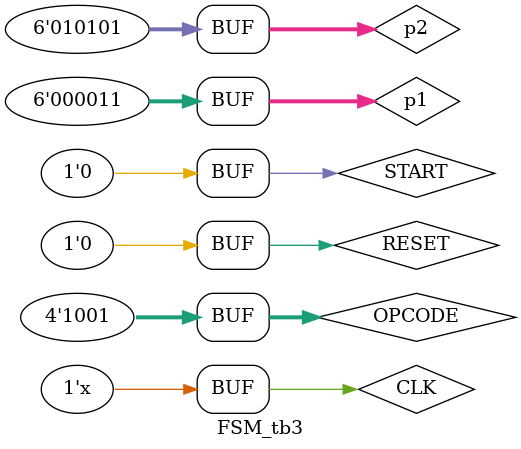
<source format=v>

`timescale 1ns/1ns
module FSM_tb3;

// Inputs
	reg CLK; reg RESET; reg START; reg[3:0] OPCODE; reg[5:0] p1; reg[5:0] p2;
// Outputs
 wire PCinc;  wire ALUreg1;  wire ALUreg2;  wire ALUregO;
 wire Ri1In;  wire Ri2In;  wire Ri3In;  wire Ri4In;  
 wire Ri1Out; wire Ri2Out; wire Ri3Out; wire Ri4Out; wire finish; wire ALUtri; wire[2:0] ALUop; wire[15:0] data_out;

// Instantiate Module
	Immediate_FSM test (CLK, RESET, START, PCinc, Ri1Out, Ri2Out, Ri3Out, Ri4Out, ALUreg1, data_out, ALUreg2, ALUregO, 
		Ri1In, Ri2In, Ri3In, Ri4In, ALUtri, finish, p1, p2, OPCODE, ALUop);

initial
   begin
	CLK = 0;
	RESET = 0;
	START = 0;
	OPCODE = 4'b0000;
	p1 = 6'b000011;
	p2 = 6'b010101;
	#20;  
	RESET = 1;
	#20;  
	RESET = 0;
	OPCODE = 4'b1000;
	#40;
	START = 1;
	#20;
	START = 0;
	OPCODE = 4'b1001;
   end

always #10 CLK = ~CLK;

endmodule

</source>
